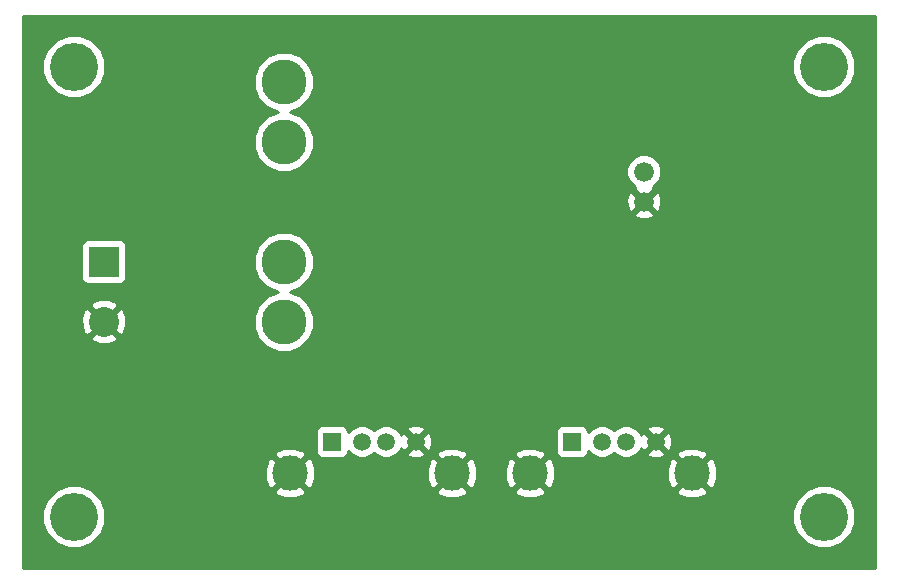
<source format=gbl>
G04 (created by PCBNEW (2013-07-07 BZR 4022)-stable) date 6/6/2016 3:41:11 PM*
%MOIN*%
G04 Gerber Fmt 3.4, Leading zero omitted, Abs format*
%FSLAX34Y34*%
G01*
G70*
G90*
G04 APERTURE LIST*
%ADD10C,0.00590551*%
%ADD11C,0.0591*%
%ADD12R,0.0591X0.0591*%
%ADD13C,0.1181*%
%ADD14C,0.066*%
%ADD15C,0.15*%
%ADD16R,0.1X0.1*%
%ADD17C,0.1*%
%ADD18C,0.16*%
%ADD19C,0.035*%
%ADD20C,0.01*%
G04 APERTURE END LIST*
G54D10*
G54D11*
X33900Y-23500D03*
X32900Y-23500D03*
X32100Y-23500D03*
G54D12*
X31100Y-23500D03*
G54D13*
X35100Y-24550D03*
X29700Y-24550D03*
G54D11*
X41900Y-23500D03*
X40900Y-23500D03*
X40100Y-23500D03*
G54D12*
X39100Y-23500D03*
G54D13*
X43100Y-24550D03*
X37700Y-24550D03*
G54D14*
X41500Y-14500D03*
X41500Y-15500D03*
G54D15*
X29500Y-19500D03*
X29500Y-17500D03*
X29500Y-13500D03*
X29500Y-11500D03*
G54D16*
X23500Y-17500D03*
G54D17*
X23500Y-19500D03*
G54D18*
X22500Y-26000D03*
X22500Y-11000D03*
X47500Y-11000D03*
X47500Y-26000D03*
G54D19*
X34550Y-12000D03*
X34500Y-21500D03*
X40500Y-12750D03*
G54D20*
X34550Y-12000D02*
X34500Y-12000D01*
G54D10*
G36*
X49200Y-27700D02*
X48550Y-27700D01*
X48550Y-25792D01*
X48550Y-10792D01*
X48390Y-10406D01*
X48095Y-10110D01*
X47709Y-9950D01*
X47292Y-9949D01*
X46906Y-10109D01*
X46610Y-10404D01*
X46450Y-10790D01*
X46449Y-11207D01*
X46609Y-11594D01*
X46904Y-11889D01*
X47290Y-12049D01*
X47707Y-12050D01*
X48094Y-11890D01*
X48389Y-11595D01*
X48549Y-11209D01*
X48550Y-10792D01*
X48550Y-25792D01*
X48390Y-25406D01*
X48095Y-25110D01*
X47709Y-24950D01*
X47292Y-24949D01*
X46906Y-25109D01*
X46610Y-25404D01*
X46450Y-25790D01*
X46449Y-26207D01*
X46609Y-26594D01*
X46904Y-26889D01*
X47290Y-27049D01*
X47707Y-27050D01*
X48094Y-26890D01*
X48389Y-26595D01*
X48549Y-26209D01*
X48550Y-25792D01*
X48550Y-27700D01*
X43943Y-27700D01*
X43943Y-24701D01*
X43937Y-24366D01*
X43821Y-24087D01*
X43696Y-24024D01*
X43625Y-24095D01*
X43625Y-23953D01*
X43562Y-23828D01*
X43251Y-23706D01*
X42916Y-23712D01*
X42637Y-23828D01*
X42574Y-23953D01*
X43100Y-24479D01*
X43625Y-23953D01*
X43625Y-24095D01*
X43170Y-24550D01*
X43696Y-25075D01*
X43821Y-25012D01*
X43943Y-24701D01*
X43943Y-27700D01*
X43625Y-27700D01*
X43625Y-25146D01*
X43100Y-24620D01*
X43029Y-24691D01*
X43029Y-24550D01*
X42503Y-24024D01*
X42450Y-24051D01*
X42450Y-23580D01*
X42439Y-23363D01*
X42377Y-23214D01*
X42282Y-23188D01*
X42211Y-23258D01*
X42211Y-23117D01*
X42185Y-23022D01*
X42084Y-22986D01*
X42084Y-15588D01*
X42080Y-15489D01*
X42080Y-14385D01*
X41991Y-14171D01*
X41828Y-14008D01*
X41615Y-13920D01*
X41385Y-13919D01*
X41171Y-14008D01*
X41008Y-14171D01*
X40920Y-14384D01*
X40919Y-14614D01*
X41008Y-14828D01*
X41171Y-14991D01*
X41192Y-15000D01*
X41163Y-15092D01*
X41500Y-15429D01*
X41836Y-15092D01*
X41807Y-15000D01*
X41828Y-14991D01*
X41991Y-14828D01*
X42079Y-14615D01*
X42080Y-14385D01*
X42080Y-15489D01*
X42074Y-15358D01*
X42006Y-15194D01*
X41907Y-15163D01*
X41570Y-15500D01*
X41907Y-15836D01*
X42006Y-15805D01*
X42084Y-15588D01*
X42084Y-22986D01*
X41980Y-22949D01*
X41836Y-22957D01*
X41836Y-15907D01*
X41500Y-15570D01*
X41429Y-15641D01*
X41429Y-15500D01*
X41092Y-15163D01*
X40993Y-15194D01*
X40915Y-15411D01*
X40925Y-15641D01*
X40993Y-15805D01*
X41092Y-15836D01*
X41429Y-15500D01*
X41429Y-15641D01*
X41163Y-15907D01*
X41194Y-16006D01*
X41411Y-16084D01*
X41641Y-16074D01*
X41805Y-16006D01*
X41836Y-15907D01*
X41836Y-22957D01*
X41763Y-22960D01*
X41614Y-23022D01*
X41588Y-23117D01*
X41900Y-23429D01*
X42211Y-23117D01*
X42211Y-23258D01*
X41970Y-23500D01*
X42282Y-23811D01*
X42377Y-23785D01*
X42450Y-23580D01*
X42450Y-24051D01*
X42378Y-24087D01*
X42256Y-24398D01*
X42262Y-24733D01*
X42378Y-25012D01*
X42503Y-25075D01*
X43029Y-24550D01*
X43029Y-24691D01*
X42574Y-25146D01*
X42637Y-25271D01*
X42948Y-25393D01*
X43283Y-25387D01*
X43562Y-25271D01*
X43625Y-25146D01*
X43625Y-27700D01*
X42211Y-27700D01*
X42211Y-23882D01*
X41900Y-23570D01*
X41829Y-23641D01*
X41829Y-23500D01*
X41517Y-23188D01*
X41422Y-23214D01*
X41399Y-23279D01*
X41362Y-23191D01*
X41209Y-23037D01*
X41008Y-22954D01*
X40791Y-22954D01*
X40591Y-23037D01*
X40499Y-23128D01*
X40409Y-23037D01*
X40208Y-22954D01*
X39991Y-22954D01*
X39791Y-23037D01*
X39645Y-23182D01*
X39645Y-23154D01*
X39607Y-23063D01*
X39537Y-22992D01*
X39445Y-22954D01*
X39345Y-22954D01*
X38754Y-22954D01*
X38663Y-22992D01*
X38592Y-23062D01*
X38554Y-23154D01*
X38554Y-23254D01*
X38554Y-23845D01*
X38592Y-23936D01*
X38662Y-24007D01*
X38754Y-24045D01*
X38854Y-24045D01*
X39445Y-24045D01*
X39536Y-24007D01*
X39607Y-23937D01*
X39645Y-23845D01*
X39645Y-23816D01*
X39790Y-23962D01*
X39991Y-24045D01*
X40208Y-24045D01*
X40408Y-23962D01*
X40500Y-23871D01*
X40590Y-23962D01*
X40791Y-24045D01*
X41008Y-24045D01*
X41208Y-23962D01*
X41362Y-23809D01*
X41397Y-23724D01*
X41422Y-23785D01*
X41517Y-23811D01*
X41829Y-23500D01*
X41829Y-23641D01*
X41588Y-23882D01*
X41614Y-23977D01*
X41819Y-24050D01*
X42036Y-24039D01*
X42185Y-23977D01*
X42211Y-23882D01*
X42211Y-27700D01*
X38543Y-27700D01*
X38543Y-24701D01*
X38537Y-24366D01*
X38421Y-24087D01*
X38296Y-24024D01*
X38225Y-24095D01*
X38225Y-23953D01*
X38162Y-23828D01*
X37851Y-23706D01*
X37516Y-23712D01*
X37237Y-23828D01*
X37174Y-23953D01*
X37700Y-24479D01*
X38225Y-23953D01*
X38225Y-24095D01*
X37770Y-24550D01*
X38296Y-25075D01*
X38421Y-25012D01*
X38543Y-24701D01*
X38543Y-27700D01*
X38225Y-27700D01*
X38225Y-25146D01*
X37700Y-24620D01*
X37629Y-24691D01*
X37629Y-24550D01*
X37103Y-24024D01*
X36978Y-24087D01*
X36856Y-24398D01*
X36862Y-24733D01*
X36978Y-25012D01*
X37103Y-25075D01*
X37629Y-24550D01*
X37629Y-24691D01*
X37174Y-25146D01*
X37237Y-25271D01*
X37548Y-25393D01*
X37883Y-25387D01*
X38162Y-25271D01*
X38225Y-25146D01*
X38225Y-27700D01*
X35943Y-27700D01*
X35943Y-24701D01*
X35937Y-24366D01*
X35821Y-24087D01*
X35696Y-24024D01*
X35625Y-24095D01*
X35625Y-23953D01*
X35562Y-23828D01*
X35251Y-23706D01*
X34916Y-23712D01*
X34637Y-23828D01*
X34574Y-23953D01*
X35100Y-24479D01*
X35625Y-23953D01*
X35625Y-24095D01*
X35170Y-24550D01*
X35696Y-25075D01*
X35821Y-25012D01*
X35943Y-24701D01*
X35943Y-27700D01*
X35625Y-27700D01*
X35625Y-25146D01*
X35100Y-24620D01*
X35029Y-24691D01*
X35029Y-24550D01*
X34503Y-24024D01*
X34450Y-24051D01*
X34450Y-23580D01*
X34439Y-23363D01*
X34377Y-23214D01*
X34282Y-23188D01*
X34211Y-23258D01*
X34211Y-23117D01*
X34185Y-23022D01*
X33980Y-22949D01*
X33763Y-22960D01*
X33614Y-23022D01*
X33588Y-23117D01*
X33900Y-23429D01*
X34211Y-23117D01*
X34211Y-23258D01*
X33970Y-23500D01*
X34282Y-23811D01*
X34377Y-23785D01*
X34450Y-23580D01*
X34450Y-24051D01*
X34378Y-24087D01*
X34256Y-24398D01*
X34262Y-24733D01*
X34378Y-25012D01*
X34503Y-25075D01*
X35029Y-24550D01*
X35029Y-24691D01*
X34574Y-25146D01*
X34637Y-25271D01*
X34948Y-25393D01*
X35283Y-25387D01*
X35562Y-25271D01*
X35625Y-25146D01*
X35625Y-27700D01*
X34211Y-27700D01*
X34211Y-23882D01*
X33900Y-23570D01*
X33829Y-23641D01*
X33829Y-23500D01*
X33517Y-23188D01*
X33422Y-23214D01*
X33399Y-23279D01*
X33362Y-23191D01*
X33209Y-23037D01*
X33008Y-22954D01*
X32791Y-22954D01*
X32591Y-23037D01*
X32499Y-23128D01*
X32409Y-23037D01*
X32208Y-22954D01*
X31991Y-22954D01*
X31791Y-23037D01*
X31645Y-23182D01*
X31645Y-23154D01*
X31607Y-23063D01*
X31537Y-22992D01*
X31445Y-22954D01*
X31345Y-22954D01*
X30754Y-22954D01*
X30663Y-22992D01*
X30592Y-23062D01*
X30554Y-23154D01*
X30554Y-23254D01*
X30554Y-23845D01*
X30592Y-23936D01*
X30662Y-24007D01*
X30754Y-24045D01*
X30854Y-24045D01*
X31445Y-24045D01*
X31536Y-24007D01*
X31607Y-23937D01*
X31645Y-23845D01*
X31645Y-23816D01*
X31790Y-23962D01*
X31991Y-24045D01*
X32208Y-24045D01*
X32408Y-23962D01*
X32500Y-23871D01*
X32590Y-23962D01*
X32791Y-24045D01*
X33008Y-24045D01*
X33208Y-23962D01*
X33362Y-23809D01*
X33397Y-23724D01*
X33422Y-23785D01*
X33517Y-23811D01*
X33829Y-23500D01*
X33829Y-23641D01*
X33588Y-23882D01*
X33614Y-23977D01*
X33819Y-24050D01*
X34036Y-24039D01*
X34185Y-23977D01*
X34211Y-23882D01*
X34211Y-27700D01*
X30543Y-27700D01*
X30543Y-24701D01*
X30537Y-24366D01*
X30500Y-24277D01*
X30500Y-19301D01*
X30348Y-18934D01*
X30067Y-18652D01*
X29699Y-18500D01*
X29698Y-18500D01*
X30065Y-18348D01*
X30347Y-18067D01*
X30499Y-17699D01*
X30500Y-17301D01*
X30500Y-13301D01*
X30348Y-12934D01*
X30067Y-12652D01*
X29699Y-12500D01*
X29698Y-12500D01*
X30065Y-12348D01*
X30347Y-12067D01*
X30499Y-11699D01*
X30500Y-11301D01*
X30348Y-10934D01*
X30067Y-10652D01*
X29699Y-10500D01*
X29301Y-10499D01*
X28934Y-10651D01*
X28652Y-10932D01*
X28500Y-11300D01*
X28499Y-11698D01*
X28651Y-12065D01*
X28932Y-12347D01*
X29300Y-12499D01*
X29301Y-12499D01*
X28934Y-12651D01*
X28652Y-12932D01*
X28500Y-13300D01*
X28499Y-13698D01*
X28651Y-14065D01*
X28932Y-14347D01*
X29300Y-14499D01*
X29698Y-14500D01*
X30065Y-14348D01*
X30347Y-14067D01*
X30499Y-13699D01*
X30500Y-13301D01*
X30500Y-17301D01*
X30348Y-16934D01*
X30067Y-16652D01*
X29699Y-16500D01*
X29301Y-16499D01*
X28934Y-16651D01*
X28652Y-16932D01*
X28500Y-17300D01*
X28499Y-17698D01*
X28651Y-18065D01*
X28932Y-18347D01*
X29300Y-18499D01*
X29301Y-18499D01*
X28934Y-18651D01*
X28652Y-18932D01*
X28500Y-19300D01*
X28499Y-19698D01*
X28651Y-20065D01*
X28932Y-20347D01*
X29300Y-20499D01*
X29698Y-20500D01*
X30065Y-20348D01*
X30347Y-20067D01*
X30499Y-19699D01*
X30500Y-19301D01*
X30500Y-24277D01*
X30421Y-24087D01*
X30296Y-24024D01*
X30225Y-24095D01*
X30225Y-23953D01*
X30162Y-23828D01*
X29851Y-23706D01*
X29516Y-23712D01*
X29237Y-23828D01*
X29174Y-23953D01*
X29700Y-24479D01*
X30225Y-23953D01*
X30225Y-24095D01*
X29770Y-24550D01*
X30296Y-25075D01*
X30421Y-25012D01*
X30543Y-24701D01*
X30543Y-27700D01*
X30225Y-27700D01*
X30225Y-25146D01*
X29700Y-24620D01*
X29629Y-24691D01*
X29629Y-24550D01*
X29103Y-24024D01*
X28978Y-24087D01*
X28856Y-24398D01*
X28862Y-24733D01*
X28978Y-25012D01*
X29103Y-25075D01*
X29629Y-24550D01*
X29629Y-24691D01*
X29174Y-25146D01*
X29237Y-25271D01*
X29548Y-25393D01*
X29883Y-25387D01*
X30162Y-25271D01*
X30225Y-25146D01*
X30225Y-27700D01*
X24253Y-27700D01*
X24253Y-19629D01*
X24250Y-19491D01*
X24250Y-17950D01*
X24250Y-16950D01*
X24212Y-16858D01*
X24141Y-16788D01*
X24049Y-16750D01*
X23950Y-16749D01*
X23550Y-16749D01*
X23550Y-10792D01*
X23390Y-10406D01*
X23095Y-10110D01*
X22709Y-9950D01*
X22292Y-9949D01*
X21906Y-10109D01*
X21610Y-10404D01*
X21450Y-10790D01*
X21449Y-11207D01*
X21609Y-11594D01*
X21904Y-11889D01*
X22290Y-12049D01*
X22707Y-12050D01*
X23094Y-11890D01*
X23389Y-11595D01*
X23549Y-11209D01*
X23550Y-10792D01*
X23550Y-16749D01*
X22950Y-16749D01*
X22858Y-16787D01*
X22788Y-16858D01*
X22750Y-16950D01*
X22749Y-17049D01*
X22749Y-18049D01*
X22787Y-18141D01*
X22858Y-18211D01*
X22950Y-18249D01*
X23049Y-18250D01*
X24049Y-18250D01*
X24141Y-18212D01*
X24211Y-18141D01*
X24249Y-18049D01*
X24250Y-17950D01*
X24250Y-19491D01*
X24245Y-19331D01*
X24146Y-19091D01*
X24030Y-19040D01*
X23959Y-19110D01*
X23959Y-18969D01*
X23908Y-18853D01*
X23629Y-18746D01*
X23331Y-18754D01*
X23091Y-18853D01*
X23040Y-18969D01*
X23500Y-19429D01*
X23959Y-18969D01*
X23959Y-19110D01*
X23570Y-19500D01*
X24030Y-19959D01*
X24146Y-19908D01*
X24253Y-19629D01*
X24253Y-27700D01*
X23959Y-27700D01*
X23959Y-20030D01*
X23500Y-19570D01*
X23429Y-19641D01*
X23429Y-19500D01*
X22969Y-19040D01*
X22853Y-19091D01*
X22746Y-19370D01*
X22754Y-19668D01*
X22853Y-19908D01*
X22969Y-19959D01*
X23429Y-19500D01*
X23429Y-19641D01*
X23040Y-20030D01*
X23091Y-20146D01*
X23370Y-20253D01*
X23668Y-20245D01*
X23908Y-20146D01*
X23959Y-20030D01*
X23959Y-27700D01*
X23550Y-27700D01*
X23550Y-25792D01*
X23390Y-25406D01*
X23095Y-25110D01*
X22709Y-24950D01*
X22292Y-24949D01*
X21906Y-25109D01*
X21610Y-25404D01*
X21450Y-25790D01*
X21449Y-26207D01*
X21609Y-26594D01*
X21904Y-26889D01*
X22290Y-27049D01*
X22707Y-27050D01*
X23094Y-26890D01*
X23389Y-26595D01*
X23549Y-26209D01*
X23550Y-25792D01*
X23550Y-27700D01*
X20800Y-27700D01*
X20800Y-9300D01*
X49200Y-9300D01*
X49200Y-27700D01*
X49200Y-27700D01*
G37*
G54D20*
X49200Y-27700D02*
X48550Y-27700D01*
X48550Y-25792D01*
X48550Y-10792D01*
X48390Y-10406D01*
X48095Y-10110D01*
X47709Y-9950D01*
X47292Y-9949D01*
X46906Y-10109D01*
X46610Y-10404D01*
X46450Y-10790D01*
X46449Y-11207D01*
X46609Y-11594D01*
X46904Y-11889D01*
X47290Y-12049D01*
X47707Y-12050D01*
X48094Y-11890D01*
X48389Y-11595D01*
X48549Y-11209D01*
X48550Y-10792D01*
X48550Y-25792D01*
X48390Y-25406D01*
X48095Y-25110D01*
X47709Y-24950D01*
X47292Y-24949D01*
X46906Y-25109D01*
X46610Y-25404D01*
X46450Y-25790D01*
X46449Y-26207D01*
X46609Y-26594D01*
X46904Y-26889D01*
X47290Y-27049D01*
X47707Y-27050D01*
X48094Y-26890D01*
X48389Y-26595D01*
X48549Y-26209D01*
X48550Y-25792D01*
X48550Y-27700D01*
X43943Y-27700D01*
X43943Y-24701D01*
X43937Y-24366D01*
X43821Y-24087D01*
X43696Y-24024D01*
X43625Y-24095D01*
X43625Y-23953D01*
X43562Y-23828D01*
X43251Y-23706D01*
X42916Y-23712D01*
X42637Y-23828D01*
X42574Y-23953D01*
X43100Y-24479D01*
X43625Y-23953D01*
X43625Y-24095D01*
X43170Y-24550D01*
X43696Y-25075D01*
X43821Y-25012D01*
X43943Y-24701D01*
X43943Y-27700D01*
X43625Y-27700D01*
X43625Y-25146D01*
X43100Y-24620D01*
X43029Y-24691D01*
X43029Y-24550D01*
X42503Y-24024D01*
X42450Y-24051D01*
X42450Y-23580D01*
X42439Y-23363D01*
X42377Y-23214D01*
X42282Y-23188D01*
X42211Y-23258D01*
X42211Y-23117D01*
X42185Y-23022D01*
X42084Y-22986D01*
X42084Y-15588D01*
X42080Y-15489D01*
X42080Y-14385D01*
X41991Y-14171D01*
X41828Y-14008D01*
X41615Y-13920D01*
X41385Y-13919D01*
X41171Y-14008D01*
X41008Y-14171D01*
X40920Y-14384D01*
X40919Y-14614D01*
X41008Y-14828D01*
X41171Y-14991D01*
X41192Y-15000D01*
X41163Y-15092D01*
X41500Y-15429D01*
X41836Y-15092D01*
X41807Y-15000D01*
X41828Y-14991D01*
X41991Y-14828D01*
X42079Y-14615D01*
X42080Y-14385D01*
X42080Y-15489D01*
X42074Y-15358D01*
X42006Y-15194D01*
X41907Y-15163D01*
X41570Y-15500D01*
X41907Y-15836D01*
X42006Y-15805D01*
X42084Y-15588D01*
X42084Y-22986D01*
X41980Y-22949D01*
X41836Y-22957D01*
X41836Y-15907D01*
X41500Y-15570D01*
X41429Y-15641D01*
X41429Y-15500D01*
X41092Y-15163D01*
X40993Y-15194D01*
X40915Y-15411D01*
X40925Y-15641D01*
X40993Y-15805D01*
X41092Y-15836D01*
X41429Y-15500D01*
X41429Y-15641D01*
X41163Y-15907D01*
X41194Y-16006D01*
X41411Y-16084D01*
X41641Y-16074D01*
X41805Y-16006D01*
X41836Y-15907D01*
X41836Y-22957D01*
X41763Y-22960D01*
X41614Y-23022D01*
X41588Y-23117D01*
X41900Y-23429D01*
X42211Y-23117D01*
X42211Y-23258D01*
X41970Y-23500D01*
X42282Y-23811D01*
X42377Y-23785D01*
X42450Y-23580D01*
X42450Y-24051D01*
X42378Y-24087D01*
X42256Y-24398D01*
X42262Y-24733D01*
X42378Y-25012D01*
X42503Y-25075D01*
X43029Y-24550D01*
X43029Y-24691D01*
X42574Y-25146D01*
X42637Y-25271D01*
X42948Y-25393D01*
X43283Y-25387D01*
X43562Y-25271D01*
X43625Y-25146D01*
X43625Y-27700D01*
X42211Y-27700D01*
X42211Y-23882D01*
X41900Y-23570D01*
X41829Y-23641D01*
X41829Y-23500D01*
X41517Y-23188D01*
X41422Y-23214D01*
X41399Y-23279D01*
X41362Y-23191D01*
X41209Y-23037D01*
X41008Y-22954D01*
X40791Y-22954D01*
X40591Y-23037D01*
X40499Y-23128D01*
X40409Y-23037D01*
X40208Y-22954D01*
X39991Y-22954D01*
X39791Y-23037D01*
X39645Y-23182D01*
X39645Y-23154D01*
X39607Y-23063D01*
X39537Y-22992D01*
X39445Y-22954D01*
X39345Y-22954D01*
X38754Y-22954D01*
X38663Y-22992D01*
X38592Y-23062D01*
X38554Y-23154D01*
X38554Y-23254D01*
X38554Y-23845D01*
X38592Y-23936D01*
X38662Y-24007D01*
X38754Y-24045D01*
X38854Y-24045D01*
X39445Y-24045D01*
X39536Y-24007D01*
X39607Y-23937D01*
X39645Y-23845D01*
X39645Y-23816D01*
X39790Y-23962D01*
X39991Y-24045D01*
X40208Y-24045D01*
X40408Y-23962D01*
X40500Y-23871D01*
X40590Y-23962D01*
X40791Y-24045D01*
X41008Y-24045D01*
X41208Y-23962D01*
X41362Y-23809D01*
X41397Y-23724D01*
X41422Y-23785D01*
X41517Y-23811D01*
X41829Y-23500D01*
X41829Y-23641D01*
X41588Y-23882D01*
X41614Y-23977D01*
X41819Y-24050D01*
X42036Y-24039D01*
X42185Y-23977D01*
X42211Y-23882D01*
X42211Y-27700D01*
X38543Y-27700D01*
X38543Y-24701D01*
X38537Y-24366D01*
X38421Y-24087D01*
X38296Y-24024D01*
X38225Y-24095D01*
X38225Y-23953D01*
X38162Y-23828D01*
X37851Y-23706D01*
X37516Y-23712D01*
X37237Y-23828D01*
X37174Y-23953D01*
X37700Y-24479D01*
X38225Y-23953D01*
X38225Y-24095D01*
X37770Y-24550D01*
X38296Y-25075D01*
X38421Y-25012D01*
X38543Y-24701D01*
X38543Y-27700D01*
X38225Y-27700D01*
X38225Y-25146D01*
X37700Y-24620D01*
X37629Y-24691D01*
X37629Y-24550D01*
X37103Y-24024D01*
X36978Y-24087D01*
X36856Y-24398D01*
X36862Y-24733D01*
X36978Y-25012D01*
X37103Y-25075D01*
X37629Y-24550D01*
X37629Y-24691D01*
X37174Y-25146D01*
X37237Y-25271D01*
X37548Y-25393D01*
X37883Y-25387D01*
X38162Y-25271D01*
X38225Y-25146D01*
X38225Y-27700D01*
X35943Y-27700D01*
X35943Y-24701D01*
X35937Y-24366D01*
X35821Y-24087D01*
X35696Y-24024D01*
X35625Y-24095D01*
X35625Y-23953D01*
X35562Y-23828D01*
X35251Y-23706D01*
X34916Y-23712D01*
X34637Y-23828D01*
X34574Y-23953D01*
X35100Y-24479D01*
X35625Y-23953D01*
X35625Y-24095D01*
X35170Y-24550D01*
X35696Y-25075D01*
X35821Y-25012D01*
X35943Y-24701D01*
X35943Y-27700D01*
X35625Y-27700D01*
X35625Y-25146D01*
X35100Y-24620D01*
X35029Y-24691D01*
X35029Y-24550D01*
X34503Y-24024D01*
X34450Y-24051D01*
X34450Y-23580D01*
X34439Y-23363D01*
X34377Y-23214D01*
X34282Y-23188D01*
X34211Y-23258D01*
X34211Y-23117D01*
X34185Y-23022D01*
X33980Y-22949D01*
X33763Y-22960D01*
X33614Y-23022D01*
X33588Y-23117D01*
X33900Y-23429D01*
X34211Y-23117D01*
X34211Y-23258D01*
X33970Y-23500D01*
X34282Y-23811D01*
X34377Y-23785D01*
X34450Y-23580D01*
X34450Y-24051D01*
X34378Y-24087D01*
X34256Y-24398D01*
X34262Y-24733D01*
X34378Y-25012D01*
X34503Y-25075D01*
X35029Y-24550D01*
X35029Y-24691D01*
X34574Y-25146D01*
X34637Y-25271D01*
X34948Y-25393D01*
X35283Y-25387D01*
X35562Y-25271D01*
X35625Y-25146D01*
X35625Y-27700D01*
X34211Y-27700D01*
X34211Y-23882D01*
X33900Y-23570D01*
X33829Y-23641D01*
X33829Y-23500D01*
X33517Y-23188D01*
X33422Y-23214D01*
X33399Y-23279D01*
X33362Y-23191D01*
X33209Y-23037D01*
X33008Y-22954D01*
X32791Y-22954D01*
X32591Y-23037D01*
X32499Y-23128D01*
X32409Y-23037D01*
X32208Y-22954D01*
X31991Y-22954D01*
X31791Y-23037D01*
X31645Y-23182D01*
X31645Y-23154D01*
X31607Y-23063D01*
X31537Y-22992D01*
X31445Y-22954D01*
X31345Y-22954D01*
X30754Y-22954D01*
X30663Y-22992D01*
X30592Y-23062D01*
X30554Y-23154D01*
X30554Y-23254D01*
X30554Y-23845D01*
X30592Y-23936D01*
X30662Y-24007D01*
X30754Y-24045D01*
X30854Y-24045D01*
X31445Y-24045D01*
X31536Y-24007D01*
X31607Y-23937D01*
X31645Y-23845D01*
X31645Y-23816D01*
X31790Y-23962D01*
X31991Y-24045D01*
X32208Y-24045D01*
X32408Y-23962D01*
X32500Y-23871D01*
X32590Y-23962D01*
X32791Y-24045D01*
X33008Y-24045D01*
X33208Y-23962D01*
X33362Y-23809D01*
X33397Y-23724D01*
X33422Y-23785D01*
X33517Y-23811D01*
X33829Y-23500D01*
X33829Y-23641D01*
X33588Y-23882D01*
X33614Y-23977D01*
X33819Y-24050D01*
X34036Y-24039D01*
X34185Y-23977D01*
X34211Y-23882D01*
X34211Y-27700D01*
X30543Y-27700D01*
X30543Y-24701D01*
X30537Y-24366D01*
X30500Y-24277D01*
X30500Y-19301D01*
X30348Y-18934D01*
X30067Y-18652D01*
X29699Y-18500D01*
X29698Y-18500D01*
X30065Y-18348D01*
X30347Y-18067D01*
X30499Y-17699D01*
X30500Y-17301D01*
X30500Y-13301D01*
X30348Y-12934D01*
X30067Y-12652D01*
X29699Y-12500D01*
X29698Y-12500D01*
X30065Y-12348D01*
X30347Y-12067D01*
X30499Y-11699D01*
X30500Y-11301D01*
X30348Y-10934D01*
X30067Y-10652D01*
X29699Y-10500D01*
X29301Y-10499D01*
X28934Y-10651D01*
X28652Y-10932D01*
X28500Y-11300D01*
X28499Y-11698D01*
X28651Y-12065D01*
X28932Y-12347D01*
X29300Y-12499D01*
X29301Y-12499D01*
X28934Y-12651D01*
X28652Y-12932D01*
X28500Y-13300D01*
X28499Y-13698D01*
X28651Y-14065D01*
X28932Y-14347D01*
X29300Y-14499D01*
X29698Y-14500D01*
X30065Y-14348D01*
X30347Y-14067D01*
X30499Y-13699D01*
X30500Y-13301D01*
X30500Y-17301D01*
X30348Y-16934D01*
X30067Y-16652D01*
X29699Y-16500D01*
X29301Y-16499D01*
X28934Y-16651D01*
X28652Y-16932D01*
X28500Y-17300D01*
X28499Y-17698D01*
X28651Y-18065D01*
X28932Y-18347D01*
X29300Y-18499D01*
X29301Y-18499D01*
X28934Y-18651D01*
X28652Y-18932D01*
X28500Y-19300D01*
X28499Y-19698D01*
X28651Y-20065D01*
X28932Y-20347D01*
X29300Y-20499D01*
X29698Y-20500D01*
X30065Y-20348D01*
X30347Y-20067D01*
X30499Y-19699D01*
X30500Y-19301D01*
X30500Y-24277D01*
X30421Y-24087D01*
X30296Y-24024D01*
X30225Y-24095D01*
X30225Y-23953D01*
X30162Y-23828D01*
X29851Y-23706D01*
X29516Y-23712D01*
X29237Y-23828D01*
X29174Y-23953D01*
X29700Y-24479D01*
X30225Y-23953D01*
X30225Y-24095D01*
X29770Y-24550D01*
X30296Y-25075D01*
X30421Y-25012D01*
X30543Y-24701D01*
X30543Y-27700D01*
X30225Y-27700D01*
X30225Y-25146D01*
X29700Y-24620D01*
X29629Y-24691D01*
X29629Y-24550D01*
X29103Y-24024D01*
X28978Y-24087D01*
X28856Y-24398D01*
X28862Y-24733D01*
X28978Y-25012D01*
X29103Y-25075D01*
X29629Y-24550D01*
X29629Y-24691D01*
X29174Y-25146D01*
X29237Y-25271D01*
X29548Y-25393D01*
X29883Y-25387D01*
X30162Y-25271D01*
X30225Y-25146D01*
X30225Y-27700D01*
X24253Y-27700D01*
X24253Y-19629D01*
X24250Y-19491D01*
X24250Y-17950D01*
X24250Y-16950D01*
X24212Y-16858D01*
X24141Y-16788D01*
X24049Y-16750D01*
X23950Y-16749D01*
X23550Y-16749D01*
X23550Y-10792D01*
X23390Y-10406D01*
X23095Y-10110D01*
X22709Y-9950D01*
X22292Y-9949D01*
X21906Y-10109D01*
X21610Y-10404D01*
X21450Y-10790D01*
X21449Y-11207D01*
X21609Y-11594D01*
X21904Y-11889D01*
X22290Y-12049D01*
X22707Y-12050D01*
X23094Y-11890D01*
X23389Y-11595D01*
X23549Y-11209D01*
X23550Y-10792D01*
X23550Y-16749D01*
X22950Y-16749D01*
X22858Y-16787D01*
X22788Y-16858D01*
X22750Y-16950D01*
X22749Y-17049D01*
X22749Y-18049D01*
X22787Y-18141D01*
X22858Y-18211D01*
X22950Y-18249D01*
X23049Y-18250D01*
X24049Y-18250D01*
X24141Y-18212D01*
X24211Y-18141D01*
X24249Y-18049D01*
X24250Y-17950D01*
X24250Y-19491D01*
X24245Y-19331D01*
X24146Y-19091D01*
X24030Y-19040D01*
X23959Y-19110D01*
X23959Y-18969D01*
X23908Y-18853D01*
X23629Y-18746D01*
X23331Y-18754D01*
X23091Y-18853D01*
X23040Y-18969D01*
X23500Y-19429D01*
X23959Y-18969D01*
X23959Y-19110D01*
X23570Y-19500D01*
X24030Y-19959D01*
X24146Y-19908D01*
X24253Y-19629D01*
X24253Y-27700D01*
X23959Y-27700D01*
X23959Y-20030D01*
X23500Y-19570D01*
X23429Y-19641D01*
X23429Y-19500D01*
X22969Y-19040D01*
X22853Y-19091D01*
X22746Y-19370D01*
X22754Y-19668D01*
X22853Y-19908D01*
X22969Y-19959D01*
X23429Y-19500D01*
X23429Y-19641D01*
X23040Y-20030D01*
X23091Y-20146D01*
X23370Y-20253D01*
X23668Y-20245D01*
X23908Y-20146D01*
X23959Y-20030D01*
X23959Y-27700D01*
X23550Y-27700D01*
X23550Y-25792D01*
X23390Y-25406D01*
X23095Y-25110D01*
X22709Y-24950D01*
X22292Y-24949D01*
X21906Y-25109D01*
X21610Y-25404D01*
X21450Y-25790D01*
X21449Y-26207D01*
X21609Y-26594D01*
X21904Y-26889D01*
X22290Y-27049D01*
X22707Y-27050D01*
X23094Y-26890D01*
X23389Y-26595D01*
X23549Y-26209D01*
X23550Y-25792D01*
X23550Y-27700D01*
X20800Y-27700D01*
X20800Y-9300D01*
X49200Y-9300D01*
X49200Y-27700D01*
M02*

</source>
